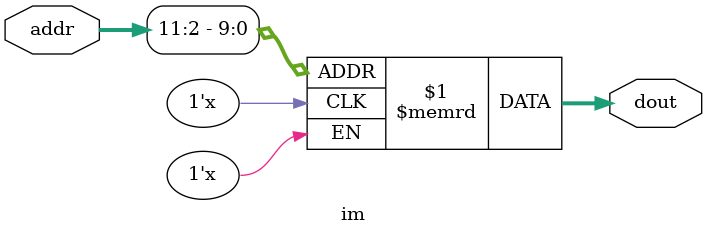
<source format=v>
/*
    This module implements the data memory unit
*/
module im(
    input [31:0] addr,
    output [31:0] dout 
);

  reg [31:0] RAM[511:0];
  assign dout = RAM[addr[11:2]]; // For word alignment
endmodule  

</source>
